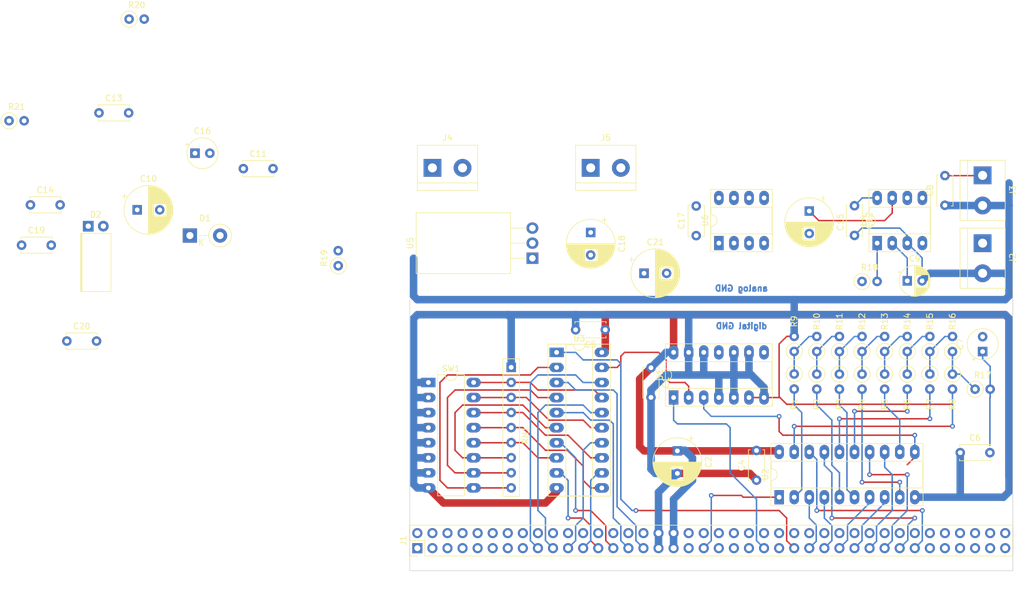
<source format=kicad_pcb>
(kicad_pcb (version 20211014) (generator pcbnew)
  (title_block (title "PCOX - COVOX module") (date "2025-12-27") (rev "1.0") (company "Pozsar Zsolt") (comment 1 "Zacchaeus Microcomputer"))
  (layers (0 "F.Cu" signal) (31 "B.Cu" signal) (34 "B.Paste" user) (35 "F.Paste" user) (36 "B.SilkS" user "B.Silkscreen") (37 "F.SilkS" user "F.Silkscreen") (38 "B.Mask" user) (39 "F.Mask" user) (44 "Edge.Cuts" user))
  (net 0 "")
  (net 1 "/A7")
  (net 2 "/A6")
  (net 3 "/A5")
  (net 4 "/A4")
  (net 5 "/A3")
  (net 6 "/A2")
  (net 7 "/A1")
  (net 8 "/A0")
  (net 9 "GNDA")
  (net 10 "+5VD")
  (net 11 "/RESET")
  (net 12 "/-WR")
  (net 13 "/-IORQ")
  (net 14 "/D0")
  (net 15 "/D1")
  (net 16 "/D2")
  (net 17 "/D3")
  (net 18 "/D4")
  (net 19 "/D5")
  (net 20 "/D6")
  (net 21 "/D7")
  (net 22 "Net-(RN1-Pad3)")
  (net 23 "Net-(RN1-Pad4)")
  (net 24 "Net-(RN1-Pad5)")
  (net 25 "Net-(RN1-Pad6)")
  (net 26 "Net-(RN1-Pad7)")
  (net 27 "Net-(RN1-Pad8)")
  (net 28 "Net-(RN1-Pad9)")
  (net 32 "+9VA")
  (net 33 "Net-(C7-Pad2)")
  (net 36 "Net-(C6-Pad2)")
  (net 37 "Net-(C13-Pad1)")
  (net 38 "Net-(R10-Pad1)")
  (net 39 "Net-(C19-Pad1)")
  (net 40 "Net-(C20-Pad1)")
  (net 41 "Net-(D2-Pad1)")
  (net 42 "Net-(C8-Pad2)")
  (net 43 "Net-(R11-Pad1)")
  (net 44 "Net-(R12-Pad1)")
  (net 45 "Net-(R13-Pad1)")
  (net 46 "Net-(C15-Pad1)")
  (net 47 "Net-(C15-Pad2)")
  (net 48 "Net-(C19-Pad2)")
  (net 49 "Net-(C21-Pad1)")
  (net 50 "Net-(C21-Pad2)")
  (net 108 "Net-(R1-Pad1)")
  (net 109 "Net-(R1-Pad2)")
  (net 110 "Net-(R6-Pad1)")
  (net 111 "Net-(R15-Pad1)")
  (net 112 "Net-(R16-Pad1)")
  (net 113 "Net-(R20-Pad2)")
  (net 114 "Net-(U1-Pad2)")
  (net 115 "Net-(U1-Pad3)")
  (net 117 "Net-(R2-Pad2)")
  (net 118 "Net-(R3-Pad2)")
  (net 119 "Net-(R4-Pad2)")
  (net 120 "Net-(R5-Pad2)")
  (net 121 "Net-(R6-Pad2)")
  (net 122 "Net-(R7-Pad2)")
  (net 123 "Net-(R8-Pad2)")
  (net 124 "Net-(SW1-Pad16)")
  (net 125 "/+12VA")
  (footprint "Capacitor_THT:C_Disc_D5.0mm_W2.5mm_P5.00mm" (layer "F.Cu") (at 137.16 92.76 -90)
    (fp_text reference "C1")
    (fp_text value "100n")
  )
  (footprint "Resistor_THT:R_Array_SIP9" (layer "F.Cu") (at 113.605 92.695 -90)
    (fp_text reference "RN1")
    (fp_text value "8x1k")
  )
  (footprint "Resistor_THT:R_Axial_DIN0207_L6.3mm_D2.5mm_P2.54mm_Vertical" (layer "F.Cu") (at 172.72 90.03 90)
    (fp_text reference "R12")
    (fp_text value "10k")
  )
  (footprint "TerminalBlock:TerminalBlock_bornier-2_P5.08mm" (layer "F.Cu") (at 127 59.055)
    (fp_text reference "J5")
    (fp_text value "Screw_Terminal_01x02")
  )
  (footprint "Capacitor_THT:C_Disc_D5.0mm_W2.5mm_P5.00mm" (layer "F.Cu") (at 154.94 111.72 90)
    (fp_text reference "C4")
    (fp_text value "100n")
  )
  (footprint "Capacitor_THT:C_Disc_D5.0mm_W2.5mm_P5.00mm" (layer "F.Cu") (at 144.78 70.485 90)
    (fp_text reference "C17")
    (fp_text value "100n")
  )
  (footprint "Package_DIP:DIP-20_W7.62mm_Socket_LongPads" (layer "F.Cu") (at 121.255 90.175)
    (fp_text reference "U3")
    (fp_text value "74HCT688")
  )
  (footprint "Capacitor_THT:C_Disc_D5.0mm_W2.5mm_P5.00mm" (layer "F.Cu") (at 171.45 65.445 -90)
    (fp_text reference "C12")
    (fp_text value "100n")
  )
  (footprint "Capacitor_THT:C_Disc_D5.0mm_W2.5mm_P5.00mm" (layer "F.Cu") (at 189.27 107.081)
    (fp_text reference "C6")
    (fp_text value "10n")
  )
  (footprint "TerminalBlock:TerminalBlock_bornier-2_P5.08mm" (layer "F.Cu") (at 100.33 59.055)
    (fp_text reference "J4")
    (fp_text value "Screw_Terminal_01x02")
  )
  (footprint "Package_DIP:DIP-8_W7.62mm_Socket_LongPads" (layer "F.Cu") (at 175.27 71.745 90)
    (fp_text reference "U4")
    (fp_text value "MC3340P")
  )
  (footprint "Package_DIP:DIP-20_W7.62mm_Socket_LongPads" (layer "F.Cu") (at 158.755 114.591 90)
    (fp_text reference "U2")
    (fp_text value "74LS273")
  )
  (footprint "Capacitor_THT:CP_Radial_D8.0mm_P3.80mm" (layer "F.Cu") (at 163.83 66.332584 -90)
    (fp_text reference "C15")
    (fp_text value "220u")
  )
  (footprint "Resistor_THT:R_Axial_DIN0207_L6.3mm_D2.5mm_P2.54mm_Vertical" (layer "F.Cu") (at 161.29 90.01 90)
    (fp_text reference "R9")
    (fp_text value "10k")
  )
  (footprint "Capacitor_THT:CP_Radial_D8.0mm_P3.80mm" (layer "F.Cu") (at 50.585302 66.135)
    (fp_text reference "C10")
    (fp_text value "220u")
  )
  (footprint "Resistor_THT:R_Axial_DIN0207_L6.3mm_D2.5mm_P2.54mm_Vertical" (layer "F.Cu") (at 184.15 93.82 -90)
    (fp_text reference "R7")
    (fp_text value "20k")
  )
  (footprint "Capacitor_THT:C_Disc_D5.0mm_W2.5mm_P5.00mm" (layer "F.Cu") (at 44.15 49.785)
    (fp_text reference "C13")
    (fp_text value "50n")
  )
  (footprint "Resistor_THT:R_Axial_DIN0207_L6.3mm_D2.5mm_P2.54mm_Vertical" (layer "F.Cu") (at 180.34 93.84 -90)
    (fp_text reference "R6")
    (fp_text value "20k")
  )
  (footprint "Package_TO_SOT_THT:TO-220-3_Horizontal_TabDown" (layer "F.Cu") (at 117.18 74.295 90)
    (fp_text reference "U5")
    (fp_text value "7809")
  )
  (footprint "Resistor_THT:R_Axial_DIN0207_L6.3mm_D2.5mm_P2.54mm_Vertical" (layer "F.Cu") (at 168.91 93.84 -90)
    (fp_text reference "R3")
    (fp_text value "20k")
  )
  (footprint "Resistor_THT:R_Axial_DIN0207_L6.3mm_D2.5mm_P2.54mm_Vertical" (layer "F.Cu") (at 187.96 93.84 -90)
    (fp_text reference "R8")
    (fp_text value "20k")
  )
  (footprint "Resistor_THT:R_Axial_DIN0207_L6.3mm_D2.5mm_P2.54mm_Vertical" (layer "F.Cu") (at 172.72 78.205)
    (fp_text reference "R18")
    (fp_text value "47k-100k")
  )
  (footprint "TerminalBlock:TerminalBlock_bornier-2_P5.08mm" (layer "F.Cu") (at 193.04 71.755 -90)
    (fp_text reference "J2")
    (fp_text value "Screw_Terminal_01x02")
  )
  (footprint "pinhead:PinHeader_2x40_P2.54mm_Vertical_Top_Bottom" (layer "F.Cu") (at 97.79 123.19 90)
    (fp_text reference "J1")
    (fp_text value "Conn_02x40_Top_Bottom")
  )
  (footprint "Capacitor_THT:C_Disc_D5.0mm_W2.5mm_P5.00mm" (layer "F.Cu") (at 31.105302 72.095)
    (fp_text reference "C19")
    (fp_text value "**")
  )
  (footprint "Resistor_THT:R_Axial_DIN0207_L6.3mm_D2.5mm_P2.54mm_Vertical" (layer "F.Cu") (at 180.34 90.03 90)
    (fp_text reference "R14")
    (fp_text value "10k")
  )
  (footprint "Resistor_THT:R_Axial_DIN0207_L6.3mm_D2.5mm_P2.54mm_Vertical" (layer "F.Cu") (at 168.91 90.03 90)
    (fp_text reference "R11")
    (fp_text value "10k")
  )
  (footprint "Capacitor_THT:CP_Radial_Tantal_D5.0mm_P2.50mm" (layer "F.Cu") (at 60.325302 56.585)
    (fp_text reference "C16")
    (fp_text value "1u Ta")
  )
  (footprint "Resistor_THT:R_Axial_DIN0207_L6.3mm_D2.5mm_P2.54mm_Vertical" (layer "F.Cu") (at 187.96 90.03 90)
    (fp_text reference "R16")
    (fp_text value "10k")
  )
  (footprint "Resistor_THT:R_Axial_DIN0207_L6.3mm_D2.5mm_P2.54mm_Vertical" (layer "F.Cu") (at 161.29 93.82 -90)
    (fp_text reference "R1")
    (fp_text value "20k")
  )
  (footprint "Resistor_THT:R_Axial_DIN0207_L6.3mm_D2.5mm_P2.54mm_Vertical" (layer "F.Cu") (at 28.995 51.115)
    (fp_text reference "R21")
    (fp_text value "10")
  )
  (footprint "LED_THT:LED_Rectangular_W5.0mm_H2.0mm_Horizontal_O1.27mm_Z1.0mm" (layer "F.Cu") (at 42.34 68.885)
    (fp_text reference "D2")
    (fp_text value "LED")
  )
  (footprint "Capacitor_THT:C_Disc_D5.0mm_W2.5mm_P5.00mm" (layer "F.Cu") (at 32.6 65.295)
    (fp_text reference "C14")
    (fp_text value "1n")
  )
  (footprint "Resistor_THT:R_Axial_DIN0207_L6.3mm_D2.5mm_P2.54mm_Vertical" (layer "F.Cu") (at 176.53 90.03 90)
    (fp_text reference "R13")
    (fp_text value "10k")
  )
  (footprint "Resistor_THT:R_Axial_DIN0207_L6.3mm_D2.5mm_P2.54mm_Vertical" (layer "F.Cu") (at 49.225 33.965)
    (fp_text reference "R20")
    (fp_text value "*")
  )
  (footprint "Diode_THT:D_DO-15_P5.08mm_Vertical_KathodeUp" (layer "F.Cu") (at 59.470937 70.470635)
    (fp_text reference "D1")
    (fp_text value "1N5395")
  )
  (footprint "Resistor_THT:R_Axial_DIN0207_L6.3mm_D2.5mm_P2.54mm_Vertical" (layer "F.Cu") (at 184.15 90.03 90)
    (fp_text reference "R15")
    (fp_text value "10k")
  )
  (footprint "TerminalBlock:TerminalBlock_bornier-2_P5.08mm" (layer "F.Cu") (at 193.04 60.325 -90)
    (fp_text reference "J3")
    (fp_text value "Screw_Terminal_01x02")
  )
  (footprint "Resistor_THT:R_Axial_DIN0207_L6.3mm_D2.5mm_P2.54mm_Vertical" (layer "F.Cu") (at 191.77 96.38)
    (fp_text reference "R17")
    (fp_text value "10k")
  )
  (footprint "Capacitor_THT:C_Disc_D5.0mm_W2.5mm_P5.00mm" (layer "F.Cu") (at 129.46 86.36 180)
    (fp_text reference "C5")
    (fp_text value "100n")
  )
  (footprint "Resistor_THT:R_Axial_DIN0207_L6.3mm_D2.5mm_P2.54mm_Vertical" (layer "F.Cu") (at 165.1 90.03 90)
    (fp_text reference "R10")
    (fp_text value "10k")
  )
  (footprint "Capacitor_THT:CP_Radial_D8.0mm_P3.80mm" (layer "F.Cu") (at 141.605 106.782349 -90)
    (fp_text reference "C2")
    (fp_text value "47u")
  )
  (footprint "Capacitor_THT:CP_Radial_D5.0mm_P2.50mm" (layer "F.Cu") (at 180.34 78.105)
    (fp_text reference "C9")
    (fp_text value "10u")
  )
  (footprint "Capacitor_THT:CP_Radial_D8.0mm_P3.80mm" (layer "F.Cu") (at 127 69.952349 -90)
    (fp_text reference "C18")
    (fp_text value "100u")
  )
  (footprint "Package_DIP:DIP-16_W7.62mm_LongPads" (layer "F.Cu") (at 99.655 95.25)
    (fp_text reference "SW1")
    (fp_text value "SW_DIP_x08")
  )
  (footprint "Capacitor_THT:C_Disc_D5.0mm_W2.5mm_P5.00mm" (layer "F.Cu") (at 186.69 65.365 90)
    (fp_text reference "C8")
    (fp_text value "100n")
  )
  (footprint "Package_DIP:DIP-14_W7.62mm_Socket_LongPads" (layer "F.Cu") (at 140.97 97.79 90)
    (fp_text reference "U1")
    (fp_text value "74LS32")
  )
  (footprint "Resistor_THT:R_Axial_DIN0207_L6.3mm_D2.5mm_P2.54mm_Vertical" (layer "F.Cu") (at 176.53 93.84 -90)
    (fp_text reference "R5")
    (fp_text value "20k")
  )
  (footprint "Resistor_THT:R_Axial_DIN0207_L6.3mm_D2.5mm_P2.54mm_Vertical" (layer "F.Cu") (at 165.1 93.84 -90)
    (fp_text reference "R2")
    (fp_text value "20k")
  )
  (footprint "Resistor_THT:R_Axial_DIN0207_L6.3mm_D2.5mm_P2.54mm_Vertical" (layer "F.Cu") (at 84.455 75.565 90)
    (fp_text reference "R19")
    (fp_text value "470")
  )
  (footprint "Package_DIP:DIP-8_W7.62mm_Socket_LongPads" (layer "F.Cu") (at 148.6 71.745 90)
    (fp_text reference "U6")
    (fp_text value "LM386")
  )
  (footprint "Capacitor_THT:C_Disc_D5.0mm_W2.5mm_P5.00mm" (layer "F.Cu") (at 38.735 88.265)
    (fp_text reference "C20")
    (fp_text value "50n")
  )
  (footprint "Capacitor_THT:C_Disc_D5.0mm_W2.5mm_P5.00mm" (layer "F.Cu") (at 68.475302 59.185)
    (fp_text reference "C11")
    (fp_text value "1n")
  )
  (footprint "Resistor_THT:R_Axial_DIN0207_L6.3mm_D2.5mm_P2.54mm_Vertical" (layer "F.Cu") (at 172.72 93.84 -90)
    (fp_text reference "R4")
    (fp_text value "20k")
  )
  (footprint "Capacitor_THT:CP_Radial_D8.0mm_P3.80mm" (layer "F.Cu") (at 135.992349 76.835)
    (fp_text reference "C21")
    (fp_text value "220u")
  )
  (footprint "Capacitor_THT:CP_Radial_Tantal_D5.0mm_P2.50mm" (layer "F.Cu") (at 193.04 90.03 90)
    (fp_text reference "C7")
    (fp_text value "1u Ta")
  )
  (gr_line (start 198.12 127) (end 198.12 73.66) (layer "Edge.Cuts") (width 0.1))
  (gr_line (start 96.52 127) (end 96.52 81.28) (layer "Edge.Cuts") (width 0.1))
  (gr_line (start 96.52 127) (end 198.12 127) (layer "Edge.Cuts") (width 0.1))
  (gr_line (start 198.12 73.66) (end 198.12 127) (layer "Edge.Cuts") (width 0.1))
  (gr_text "digital GND" (at 152.4 85.725) (layer "B.Cu") (effects (font (size 1 1) (thickness 0.25)) (justify mirror)))
  (gr_text "analog GND" (at 152.4 79.375) (layer "B.Cu") (effects (font (size 1 1) (thickness 0.25)) (justify mirror)))
  (segment (start 127.005 95.255) (end 128.875 95.255) (width 0.25) (layer "B.Cu") (net 1))
  (segment (start 118.11 123.19) (end 116.84 121.92) (width 0.25) (layer "B.Cu") (net 1))
  (segment (start 124.46 93.98) (end 118.11 93.98) (width 0.25) (layer "B.Cu") (net 1))
  (segment (start 116.84 95.25) (end 118.11 93.98) (width 0.25) (layer "B.Cu") (net 1))
  (segment (start 127 95.25) (end 127.005 95.255) (width 0.25) (layer "B.Cu") (net 1))
  (segment (start 125.73 95.25) (end 127 95.25) (width 0.25) (layer "B.Cu") (net 1))
  (segment (start 124.46 93.98) (end 125.73 95.25) (width 0.25) (layer "B.Cu") (net 1))
  (segment (start 116.84 121.92) (end 116.84 95.25) (width 0.25) (layer "B.Cu") (net 1))
  (segment (start 119.38 121.92) (end 120.65 123.19) (width 0.25) (layer "B.Cu") (net 2))
  (segment (start 118.11 100.33) (end 118.11 116.84) (width 0.25) (layer "B.Cu") (net 2))
  (segment (start 125.73 99.06) (end 119.38 99.06) (width 0.25) (layer "B.Cu") (net 2))
  (segment (start 119.38 118.11) (end 119.38 121.92) (width 0.25) (layer "B.Cu") (net 2))
  (segment (start 119.38 99.06) (end 118.11 100.33) (width 0.25) (layer "B.Cu") (net 2))
  (segment (start 118.11 116.84) (end 119.38 118.11) (width 0.25) (layer "B.Cu") (net 2))
  (segment (start 127.005 100.335) (end 125.73 99.06) (width 0.25) (layer "B.Cu") (net 2))
  (segment (start 128.875 100.335) (end 127.005 100.335) (width 0.25) (layer "B.Cu") (net 2))
  (segment (start 125.73 106.68) (end 126.995 105.415) (width 0.25) (layer "B.Cu") (net 3))
  (segment (start 125.73 118.11) (end 125.73 106.68) (width 0.25) (layer "B.Cu") (net 3))
  (segment (start 124.46 119.38) (end 125.73 118.11) (width 0.25) (layer "B.Cu") (net 3))
  (segment (start 124.46 121.92) (end 124.46 119.38) (width 0.25) (layer "B.Cu") (net 3))
  (segment (start 126.995 105.415) (end 128.875 105.415) (width 0.25) (layer "B.Cu") (net 3))
  (segment (start 123.19 123.19) (end 124.46 121.92) (width 0.25) (layer "B.Cu") (net 3))
  (segment (start 125.73 123.19) (end 127 121.92) (width 0.25) (layer "B.Cu") (net 4))
  (segment (start 127 111.76) (end 128.265 110.495) (width 0.25) (layer "B.Cu") (net 4))
  (segment (start 127 121.92) (end 127 111.76) (width 0.25) (layer "B.Cu") (net 4))
  (segment (start 128.265 110.495) (end 128.875 110.495) (width 0.25) (layer "B.Cu") (net 4))
  (segment (start 127 121.92) (end 128.27 123.19) (width 0.25) (layer "F.Cu") (net 5))
  (segment (start 127 119.38) (end 127 121.92) (width 0.25) (layer "F.Cu") (net 5))
  (segment (start 123.19 118.11) (end 125.73 118.11) (width 0.25) (layer "F.Cu") (net 5))
  (segment (start 125.73 118.11) (end 127 119.38) (width 0.25) (layer "F.Cu") (net 5))
  (via (at 123.19 118.11) (size 0.8) (drill 0.4) (layers "F.Cu" "B.Cu") (net 5))
  (segment (start 123.19 111.76) (end 123.19 118.11) (width 0.25) (layer "B.Cu") (net 5))
  (segment (start 121.925 110.495) (end 123.19 111.76) (width 0.25) (layer "B.Cu") (net 5))
  (segment (start 121.255 110.495) (end 121.925 110.495) (width 0.25) (layer "B.Cu") (net 5))
  (segment (start 127 116.84) (end 129.54 119.38) (width 0.25) (layer "F.Cu") (net 6))
  (segment (start 129.54 121.92) (end 130.81 123.19) (width 0.25) (layer "F.Cu") (net 6))
  (segment (start 124.46 116.84) (end 127 116.84) (width 0.25) (layer "F.Cu") (net 6))
  (segment (start 129.54 119.38) (end 129.54 121.92) (width 0.25) (layer "F.Cu") (net 6))
  (via (at 124.46 116.84) (size 0.8) (drill 0.4) (layers "F.Cu" "B.Cu") (net 6))
  (segment (start 121.925 105.415) (end 124.46 107.95) (width 0.25) (layer "B.Cu") (net 6))
  (segment (start 121.255 105.415) (end 121.925 105.415) (width 0.25) (layer "B.Cu") (net 6))
  (segment (start 124.46 107.95) (end 124.46 116.84) (width 0.25) (layer "B.Cu") (net 6))
  (segment (start 130.81 102.235) (end 130.175 101.6) (width 0.25) (layer "B.Cu") (net 7))
  (segment (start 130.81 118.11) (end 130.81 102.235) (width 0.25) (layer "B.Cu") (net 7))
  (segment (start 125.73 100.33) (end 125.725 100.335) (width 0.25) (layer "B.Cu") (net 7))
  (segment (start 132.08 119.38) (end 130.81 118.11) (width 0.25) (layer "B.Cu") (net 7))
  (segment (start 130.175 101.6) (end 127 101.6) (width 0.25) (layer "B.Cu") (net 7))
  (segment (start 127 101.6) (end 125.73 100.33) (width 0.25) (layer "B.Cu") (net 7))
  (segment (start 125.725 100.335) (end 121.255 100.335) (width 0.25) (layer "B.Cu") (net 7))
  (segment (start 133.35 123.19) (end 132.08 121.92) (width 0.25) (layer "B.Cu") (net 7))
  (segment (start 132.08 121.92) (end 132.08 119.38) (width 0.25) (layer "B.Cu") (net 7))
  (segment (start 134.62 121.92) (end 134.62 119.38) (width 0.25) (layer "B.Cu") (net 8))
  (segment (start 131.445 116.205) (end 131.445 97.155) (width 0.25) (layer "B.Cu") (net 8))
  (segment (start 134.62 119.38) (end 131.445 116.205) (width 0.25) (layer "B.Cu") (net 8))
  (segment (start 123.195 95.255) (end 121.255 95.255) (width 0.25) (layer "B.Cu") (net 8))
  (segment (start 130.81 96.52) (end 124.46 96.52) (width 0.25) (layer "B.Cu") (net 8))
  (segment (start 135.89 123.19) (end 134.62 121.92) (width 0.25) (layer "B.Cu") (net 8))
  (segment (start 131.445 97.155) (end 130.81 96.52) (width 0.25) (layer "B.Cu") (net 8))
  (segment (start 124.46 96.52) (end 123.195 95.255) (width 0.25) (layer "B.Cu") (net 8))
  (segment (start 153.802349 110.582349) (end 154.94 111.72) (width 1.27) (layer "F.Cu") (net 9))
  (segment (start 160.04 87.47) (end 158.75 88.76) (width 0.25) (layer "F.Cu") (net 9))
  (segment (start 121.255 113.035) (end 121.255 113.695) (width 1.27) (layer "F.Cu") (net 9))
  (segment (start 161.29 87.47) (end 160.04 87.47) (width 0.25) (layer "F.Cu") (net 9))
  (segment (start 119.38 115.57) (end 102.195 115.57) (width 1.27) (layer "F.Cu") (net 9))
  (segment (start 160.02 98.92) (end 187.96 98.92) (width 0.25) (layer "F.Cu") (net 9))
  (segment (start 158.82 97.72) (end 160.02 98.92) (width 0.25) (layer "F.Cu") (net 9))
  (segment (start 153.67 97.79) (end 158.75 97.79) (width 0.25) (layer "F.Cu") (net 9))
  (segment (start 113.605 92.695) (end 114.315 92.695) (width 0.25) (layer "F.Cu") (net 9))
  (segment (start 121.255 113.695) (end 119.38 115.57) (width 1.27) (layer "F.Cu") (net 9))
  (segment (start 158.75 97.65) (end 158.82 97.72) (width 0.25) (layer "F.Cu") (net 9))
  (segment (start 158.75 88.76) (end 158.75 97.65) (width 0.25) (layer "F.Cu") (net 9))
  (segment (start 193 65.365) (end 193.04 65.405) (width 0.25) (layer "F.Cu") (net 9))
  (segment (start 193.04 76.835) (end 191.77 76.835) (width 0.25) (layer "F.Cu") (net 9))
  (segment (start 158.75 97.79) (end 158.82 97.72) (width 0.25) (layer "F.Cu") (net 9))
  (segment (start 141.605 110.582349) (end 153.802349 110.582349) (width 1.27) (layer "F.Cu") (net 9))
  (segment (start 102.195 115.57) (end 99.655 113.03) (width 1.27) (layer "F.Cu") (net 9))
  (segment (start 146.045 93.985) (end 146.05 93.98) (width 1.27) (layer "B.Cu") (net 9))
  (segment (start 97.79 113.03) (end 97.155 112.395) (width 1.27) (layer "B.Cu") (net 9))
  (segment (start 99.655 100.33) (end 97.79 100.33) (width 1.27) (layer "B.Cu") (net 9))
  (segment (start 197.485 65.405) (end 197.485 61.595) (width 1.27) (layer "B.Cu") (net 9))
  (segment (start 143.51 91.44) (end 143.51 83.82) (width 1.27) (layer "B.Cu") (net 9))
  (segment (start 137.16 96.52) (end 139.695 93.985) (width 1.27) (layer "B.Cu") (net 9))
  (segment (start 186.73 65.405) (end 186.69 65.365) (width 1.27) (layer "B.Cu") (net 9))
  (segment (start 148.585 93.985) (end 148.59 93.99) (width 1.27) (layer "B.Cu") (net 9))
  (segment (start 196.85 81.28) (end 197.485 80.645) (width 1.27) (layer "B.Cu") (net 9))
  (segment (start 181.615 114.591) (end 196.559 114.591) (width 1.27) (layer "B.Cu") (net 9))
  (segment (start 172.68 69.215) (end 179.07 69.215) (width 0.25) (layer "B.Cu") (net 9))
  (segment (start 193.04 76.835) (end 184.11 76.835) (width 1.27) (layer "B.Cu") (net 9))
  (segment (start 124.46 83.82) (end 113.03 83.82) (width 1.27) (layer "B.Cu") (net 9))
  (segment (start 137.16 97.76) (end 137.16 109.855) (width 1.27) (layer "B.Cu") (net 9))
  (segment (start 161.29 83.82) (end 143.51 83.82) (width 1.27) (layer "B.Cu") (net 9))
  (segment (start 197.485 113.665) (end 197.485 84.455) (width 1.27) (layer "B.Cu") (net 9))
  (segment (start 143.51 83.82) (end 124.46 83.82) (width 1.27) (layer "B.Cu") (net 9))
  (segment (start 97.155 84.455) (end 97.155 112.395) (width 1.27) (layer "B.Cu") (net 9))
  (segment (start 148.585 93.985) (end 146.045 93.985) (width 1.27) (layer "B.Cu") (net 9))
  (segment (start 161.29 83.82) (end 161.29 81.28) (width 1.27) (layer "B.Cu") (net 9))
  (segment (start 154.075 93.985) (end 153.67 93.58) (width 1.27) (layer "B.Cu") (net 9))
  (segment (start 99.655 102.87) (end 97.79 102.87) (width 1.27) (layer "B.Cu") (net 9))
  (segment (start 156.21 96.12) (end 154.075 93.985) (width 1.27) (layer "B.Cu") (net 9))
  (segment (start 151.125 93.985) (end 151.13 93.98) (width 1.27) (layer "B.Cu") (net 9))
  (segment (start 143.51 93.98) (end 143.51 91.44) (width 1.27) (layer "B.Cu") (net 9))
  (segment (start 184.11 76.835) (end 182.84 78.105) (width 1.27) (layer "B.Cu") (net 9))
  (segment (start 138.43 113.757349) (end 141.605 110.582349) (width 1.27) (layer "B.Cu") (net 9))
  (segment (start 196.85 76.835) (end 193.04 76.835) (width 1.27) (layer "B.Cu") (net 9))
  (segment (start 161.29 81.28) (end 97.79 81.28) (width 1.27) (layer "B.Cu") (net 9))
  (segment (start 171.45 70.445) (end 172.68 69.215) (width 0.25) (layer "B.Cu") (net 9))
  (segment (start 146.05 90.17) (end 146.05 92.72) (width 0.25) (layer "B.Cu") (net 9))
  (segment (start 97.155 80.645) (end 97.155 74.295) (width 1.27) (layer "B.Cu") (net 9))
  (segment (start 197.485 65.405) (end 193.04 65.405) (width 1.27) (layer "B.Cu") (net 9))
  (segment (start 197.485 77.47) (end 196.85 76.835) (width 1.27) (layer "B.Cu") (net 9))
  (segment (start 151.125 93.985) (end 151.13 93.99) (width 1.27) (layer "B.Cu") (net 9))
  (segment (start 151.125 93.985) (end 148.585 93.985) (width 1.27) (layer "B.Cu") (net 9))
  (segment (start 97.155 84.455) (end 97.79 83.82) (width 1.27) (layer "B.Cu") (net 9))
  (segment (start 143.51 90.17) (end 143.51 92.72) (width 0.25) (layer "B.Cu") (net 9))
  (segment (start 189.27 107.081) (end 189.27 114.34) (width 1.27) (layer "B.Cu") (net 9))
  (segment (start 113.605 84.395) (end 113.03 83.82) (width 1.27) (layer "B.Cu") (net 9))
  (segment (start 182.84 74.235) (end 180.35 71.745) (width 0.25) (layer "B.Cu") (net 9))
  (segment (start 146.05 93.98) (end 146.05 90.17) (width 1.27) (layer "B.Cu") (net 9))
  (segment (start 113.03 83.82) (end 97.79 83.82) (width 1.27) (layer "B.Cu") (net 9))
  (segment (start 138.43 120.65) (end 138.43 113.757349) (width 1.27) (layer "B.Cu") (net 9))
  (segment (start 197.485 84.455) (end 196.85 83.82) (width 1.27) (layer "B.Cu") (net 9))
  (segment (start 161.29 81.28) (end 196.85 81.28) (width 1.27) (layer "B.Cu") (net 9))
  (segment (start 99.655 110.49) (end 97.79 110.49) (width 1.27) (layer "B.Cu") (net 9))
  (segment (start 97.79 113.03) (end 99.655 113.03) (width 1.27) (layer "B.Cu") (net 9))
  (segment (start 151.13 93.99) (end 151.13 97.79) (width 1.27) (layer "B.Cu") (net 9))
  (segment (start 179.07 69.215) (end 180.35 70.495) (width 0.25) (layer "B.Cu") (net 9))
  (segment (start 113.605 92.695) (end 113.605 84.395) (width 1.27) (layer "B.Cu") (net 9))
  (segment (start 156.21 97.79) (end 156.21 96.12) (width 1.27) (layer "B.Cu") (net 9))
  (segment (start 197.485 77.47) (end 197.485 65.405) (width 1.27) (layer "B.Cu") (net 9))
  (segment (start 180.35 70.495) (end 180.35 71.745) (width 0.25) (layer "B.Cu") (net 9))
  (segment (start 124.46 86.36) (end 124.46 83.82) (width 1.27) (layer "B.Cu") (net 9))
  (segment (start 99.655 97.79) (end 97.79 97.79) (width 1.27) (layer "B.Cu") (net 9))
  (segment (start 99.655 105.41) (end 97.79 105.41) (width 1.27) (layer "B.Cu") (net 9))
  (segment (start 148.59 93.99) (end 148.59 97.79) (width 1.27) (layer "B.Cu") (net 9))
  (segment (start 193.04 65.405) (end 186.73 65.405) (width 1.27) (layer "B.Cu") (net 9))
  (segment (start 137.16 97.76) (end 137.16 96.52) (width 1.27) (layer "B.Cu") (net 9))
  (segment (start 182.84 78.105) (end 182.84 74.235) (width 0.25) (layer "B.Cu") (net 9))
  (segment (start 151.13 93.98) (end 151.13 90.17) (width 1.27) (layer "B.Cu") (net 9))
  (segment (start 138.43 123.19) (end 138.43 120.65) (width 1.27) (layer "B.Cu") (net 9))
  (segment (start 143.505 93.985) (end 146.045 93.985) (width 1.27) (layer "B.Cu") (net 9))
  (segment (start 99.655 95.25) (end 97.79 95.25) (width 1.27) (layer "B.Cu") (net 9))
  (segment (start 137.887349 110.582349) (end 141.605 110.582349) (width 1.27) (layer "B.Cu") (net 9))
  (segment (start 154.075 93.985) (end 151.125 93.985) (width 1.27) (layer "B.Cu") (net 9))
  (segment (start 99.655 107.95) (end 97.79 107.95) (width 1.27) (layer "B.Cu") (net 9))
  (segment (start 161.29 87.47) (end 161.29 83.82) (width 1.27) (layer "B.Cu") (net 9))
  (segment (start 143.51 91.44) (end 143.51 90.17) (width 1.27) (layer "B.Cu") (net 9))
  (segment (start 137.16 109.855) (end 137.887349 110.582349) (width 1.27) (layer "B.Cu") (net 9))
  (segment (start 143.505 93.985) (end 143.51 93.98) (width 1.27) (layer "B.Cu") (net 9))
  (segment (start 196.85 83.82) (end 161.29 83.82) (width 1.27) (layer "B.Cu") (net 9))
  (segment (start 97.79 81.28) (end 97.155 80.645) (width 1.27) (layer "B.Cu") (net 9))
  (segment (start 196.559 114.591) (end 197.485 113.665) (width 1.27) (layer "B.Cu") (net 9))
  (segment (start 139.695 93.985) (end 143.505 93.985) (width 1.27) (layer "B.Cu") (net 9))
  (segment (start 153.67 93.58) (end 153.67 90.17) (width 1.27) (layer "B.Cu") (net 9))
  (segment (start 197.485 80.645) (end 197.485 77.47) (width 1.27) (layer "B.Cu") (net 9))
  (segment (start 137.16 92.76) (end 135.255 94.665) (width 1.27) (layer "F.Cu") (net 10))
  (segment (start 197.485 84.455) (end 196.85 83.82) (width 1.27) (layer "F.Cu") (net 10))
  (segment (start 140.965 90.175) (end 140.97 90.17) (width 0.25) (layer "F.Cu") (net 10))
  (segment (start 129.46 86.36) (end 129.46 89.59) (width 1.27) (layer "F.Cu") (net 10))
  (segment (start 135.992349 106.782349) (end 141.605 106.782349) (width 1.27) (layer "F.Cu") (net 10))
  (segment (start 135.255 106.045) (end 135.992349 106.782349) (width 1.27) (layer "F.Cu") (net 10))
  (segment (start 140.97 90.17) (end 140.97 83.82) (width 1.27) (layer "F.Cu") (net 10))
  (segment (start 140.97 83.82) (end 129.54 83.82) (width 1.27) (layer "F.Cu") (net 10))
  (segment (start 196.85 83.82) (end 140.97 83.82) (width 1.27) (layer "F.Cu") (net 10))
  (segment (start 197.485 111.125) (end 197.485 84.455) (width 1.27) (layer "F.Cu") (net 10))
  (segment (start 129.46 86.36) (end 129.46 83.9) (width 1.27) (layer "F.Cu") (net 10))
  (segment (start 135.255 94.665) (end 135.255 106.045) (width 1.27) (layer "F.Cu") (net 10))
  (segment (start 129.54 83.82) (end 129.46 83.9) (width 1.27) (layer "F.Cu") (net 10))
  (segment (start 158.566349 106.782349) (end 158.755 106.971) (width 1.27) (layer "F.Cu") (net 10))
  (segment (start 129.46 89.59) (end 128.875 90.175) (width 1.27) (layer "F.Cu") (net 10))
  (segment (start 141.605 106.782349) (end 158.566349 106.782349) (width 1.27) (layer "F.Cu") (net 10))
  (segment (start 140.97 114.935) (end 144.145 111.76) (width 1.27) (layer "B.Cu") (net 10))
  (segment (start 139.7 90.17) (end 140.97 90.17) (width 1.27) (layer "B.Cu") (net 10))
  (segment (start 139.7 90.22) (end 139.7 90.17) (width 1.27) (layer "B.Cu") (net 10))
  (segment (start 141.707349 106.68) (end 141.605 106.782349) (width 1.27) (layer "B.Cu") (net 10))
  (segment (start 144.145 107.95) (end 142.875 106.68) (width 1.27) (layer "B.Cu") (net 10))
  (segment (start 144.145 111.76) (end 144.145 107.95) (width 1.27) (layer "B.Cu") (net 10))
  (segment (start 137.16 92.76) (end 139.7 90.22) (width 1.27) (layer "B.Cu") (net 10))
  (segment (start 140.97 123.19) (end 140.97 120.65) (width 1.27) (layer "B.Cu") (net 10))
  (segment (start 140.97 120.65) (end 140.97 114.935) (width 1.27) (layer "B.Cu") (net 10))
  (segment (start 142.875 106.68) (end 141.707349 106.68) (width 1.27) (layer "B.Cu") (net 10))
  (segment (start 152.691 114.591) (end 158.755 114.591) (width 0.25) (layer "F.Cu") (net 11))
  (segment (start 152.4 114.3) (end 152.691 114.591) (width 0.25) (layer "F.Cu") (net 11))
  (segment (start 147.32 114.3) (end 152.4 114.3) (width 0.25) (layer "F.Cu") (net 11))
  (via (at 147.32 114.3) (size 0.8) (drill 0.4) (layers "F.Cu" "B.Cu") (net 11))
  (segment (start 147.32 115.57) (end 147.32 121.92) (width 0.25) (layer "B.Cu") (net 11))
  (segment (start 147.32 121.92) (end 146.05 123.19) (width 0.25) (layer "B.Cu") (net 11))
  (segment (start 147.32 115.57) (end 147.32 114.3) (width 0.25) (layer "B.Cu") (net 11))
  (segment (start 150.495 102.87) (end 149.86 102.235) (width 0.25) (layer "B.Cu") (net 12))
  (segment (start 150.495 110.49) (end 150.495 102.87) (width 0.25) (layer "B.Cu") (net 12))
  (segment (start 149.86 102.235) (end 141.605 102.235) (width 0.25) (layer "B.Cu") (net 12))
  (segment (start 156.21 123.19) (end 154.94 121.92) (width 0.25) (layer "B.Cu") (net 12))
  (segment (start 140.97 101.6) (end 140.97 97.79) (width 0.25) (layer "B.Cu") (net 12))
  (segment (start 141.605 102.235) (end 140.97 101.6) (width 0.25) (layer "B.Cu") (net 12))
  (segment (start 154.94 121.92) (end 154.94 114.935) (width 0.25) (layer "B.Cu") (net 12))
  (segment (start 154.94 114.935) (end 150.495 110.49) (width 0.25) (layer "B.Cu") (net 12))
  (segment (start 160.02 121.92) (end 161.29 123.19) (width 0.25) (layer "F.Cu") (net 13))
  (segment (start 158.75 116.84) (end 160.02 118.11) (width 0.25) (layer "F.Cu") (net 13))
  (segment (start 160.02 118.11) (end 160.02 121.92) (width 0.25) (layer "F.Cu") (net 13))
  (segment (start 134.62 116.84) (end 158.75 116.84) (width 0.25) (layer "F.Cu") (net 13))
  (via (at 134.62 116.84) (size 0.8) (drill 0.4) (layers "F.Cu" "B.Cu") (net 13))
  (segment (start 125.73 91.44) (end 124.46 90.17) (width 0.25) (layer "B.Cu") (net 13))
  (segment (start 133.985 116.84) (end 132.08 114.935) (width 0.25) (layer "B.Cu") (net 13))
  (segment (start 131.445 91.44) (end 125.73 91.44) (width 0.25) (layer "B.Cu") (net 13))
  (segment (start 124.455 90.175) (end 121.255 90.175) (width 0.25) (layer "B.Cu") (net 13))
  (segment (start 134.62 116.84) (end 133.985 116.84) (width 0.25) (layer "B.Cu") (net 13))
  (segment (start 132.08 114.935) (end 132.08 92.075) (width 0.25) (layer "B.Cu") (net 13))
  (segment (start 124.46 90.17) (end 124.455 90.175) (width 0.25) (layer "B.Cu") (net 13))
  (segment (start 132.08 92.075) (end 131.445 91.44) (width 0.25) (layer "B.Cu") (net 13))
  (segment (start 163.83 115.57) (end 163.835 115.575) (width 0.25) (layer "B.Cu") (net 14))
  (segment (start 165.005 119.285) (end 163.83 118.11) (width 0.25) (layer "B.Cu") (net 14))
  (segment (start 163.83 123.19) (end 165.005 122.015) (width 0.25) (layer "B.Cu") (net 14))
  (segment (start 163.835 118.105) (end 163.835 115.575) (width 0.25) (layer "B.Cu") (net 14))
  (segment (start 163.835 115.575) (end 163.835 115.56) (width 0.25) (layer "B.Cu") (net 14))
  (segment (start 165.005 122.015) (end 165.005 119.285) (width 0.25) (layer "B.Cu") (net 14))
  (segment (start 163.83 118.11) (end 163.835 118.105) (width 0.25) (layer "B.Cu") (net 14))
  (segment (start 167.64 119.38) (end 166.37 118.11) (width 0.25) (layer "B.Cu") (net 15))
  (segment (start 166.375 118.105) (end 166.375 115.56) (width 0.25) (layer "B.Cu") (net 15))
  (segment (start 166.37 116.84) (end 166.375 116.835) (width 0.25) (layer "B.Cu") (net 15))
  (segment (start 167.64 121.92) (end 167.64 119.38) (width 0.25) (layer "B.Cu") (net 15))
  (segment (start 166.37 123.19) (end 167.64 121.92) (width 0.25) (layer "B.Cu") (net 15))
  (segment (start 166.37 118.11) (end 166.375 118.105) (width 0.25) (layer "B.Cu") (net 15))
  (segment (start 170.275 119.28) (end 173.995 115.56) (width 0.25) (layer "B.Cu") (net 16))
  (segment (start 170.275 121.825) (end 170.275 119.28) (width 0.25) (layer "B.Cu") (net 16))
  (segment (start 173.995 114.305) (end 173.99 114.3) (width 0.25) (layer "B.Cu") (net 16))
  (segment (start 173.995 114.591) (end 173.995 114.305) (width 0.25) (layer "B.Cu") (net 16))
  (segment (start 168.91 123.19) (end 170.275 121.825) (width 0.25) (layer "B.Cu") (net 16))
  (segment (start 172.72 119.38) (end 176.535 115.565) (width 0.25) (layer "B.Cu") (net 17))
  (segment (start 172.72 121.92) (end 172.72 119.38) (width 0.25) (layer "B.Cu") (net 17))
  (segment (start 171.45 123.19) (end 172.72 121.92) (width 0.25) (layer "B.Cu") (net 17))
  (segment (start 177.8 116.84) (end 177.8 111.76) (width 0.25) (layer "B.Cu") (net 18))
  (segment (start 176.53 109.521) (end 176.535 109.516) (width 0.25) (layer "B.Cu") (net 18))
  (segment (start 176.535 109.516) (end 176.535 106.971) (width 0.25) (layer "B.Cu") (net 18))
  (segment (start 177.8 110.791) (end 176.53 109.521) (width 0.25) (layer "B.Cu") (net 18))
  (segment (start 175.165 119.475) (end 177.8 116.84) (width 0.25) (layer "B.Cu") (net 18))
  (segment (start 175.165 122.015) (end 175.165 119.475) (width 0.25) (layer "B.Cu") (net 18))
  (segment (start 177.8 113.011) (end 177.8 110.791) (width 0.25) (layer "B.Cu") (net 18))
  (segment (start 177.8 115.871) (end 177.8 113.011) (width 0.25) (layer "B.Cu") (net 18))
  (segment (start 173.99 123.19) (end 175.165 122.015) (width 0.25) (layer "B.Cu") (net 18))
  (segment (start 180.34 110.791) (end 173.99 110.791) (width 0.25) (layer "F.Cu") (net 19))
  (via (at 173.99 110.791) (size 0.8) (drill 0.4) (layers "F.Cu" "B.Cu") (net 19))
  (via (at 180.34 110.791) (size 0.8) (drill 0.4) (layers "F.Cu" "B.Cu") (net 19))
  (segment (start 173.995 110.786) (end 173.99 110.791) (width 0.25) (layer "B.Cu") (net 19))
  (segment (start 173.995 106.971) (end 173.995 110.786) (width 0.25) (layer "B.Cu") (net 19))
  (segment (start 176.53 123.19) (end 177.8 121.92) (width 0.25) (layer "B.Cu") (net 19))
  (segment (start 177.8 119.38) (end 180.34 116.84) (width 0.25) (layer "B.Cu") (net 19))
  (segment (start 180.34 115.871) (end 180.34 115.551) (width 0.25) (layer "B.Cu") (net 19))
  (segment (start 180.34 115.551) (end 180.34 110.791) (width 0.25) (layer "B.Cu") (net 19))
  (segment (start 177.8 121.92) (end 177.8 119.38) (width 0.25) (layer "B.Cu") (net 19))
  (segment (start 180.34 114.3) (end 180.34 116.84) (width 0.25) (layer "B.Cu") (net 19))
  (segment (start 181.61 118.11) (end 167.64 118.11) (width 0.25) (layer "F.Cu") (net 20))
  (via (at 181.61 118.11) (size 0.8) (drill 0.4) (layers "F.Cu" "B.Cu") (net 20))
  (via (at 167.64 118.11) (size 0.8) (drill 0.4) (layers "F.Cu" "B.Cu") (net 20))
  (segment (start 166.37 109.201) (end 166.375 109.196) (width 0.25) (layer "B.Cu") (net 20))
  (segment (start 179.07 123.19) (end 180.435 121.825) (width 0.25) (layer "B.Cu") (net 20))
  (segment (start 167.64 110.471) (end 166.37 109.201) (width 0.25) (layer "B.Cu") (net 20))
  (segment (start 180.435 121.825) (end 180.435 119.285) (width 0.25) (layer "B.Cu") (net 20))
  (segment (start 180.435 119.285) (end 181.61 118.11) (width 0.25) (layer "B.Cu") (net 20))
  (segment (start 166.375 109.196) (end 166.375 106.971) (width 0.25) (layer "B.Cu") (net 20))
  (segment (start 167.64 110.471) (end 167.64 118.11) (width 0.25) (layer "B.Cu") (net 20))
  (segment (start 182.88 116.84) (end 165.1 116.84) (width 0.25) (layer "F.Cu") (net 21))
  (via (at 165.1 116.84) (size 0.8) (drill 0.4) (layers "F.Cu" "B.Cu") (net 21))
  (via (at 182.88 116.84) (size 0.8) (drill 0.4) (layers "F.Cu" "B.Cu") (net 21))
  (segment (start 181.61 123.19) (end 182.88 121.92) (width 0.25) (layer "B.Cu") (net 21))
  (segment (start 165.1 108.236) (end 163.835 106.971) (width 0.25) (layer "B.Cu") (net 21))
  (segment (start 182.88 121.92) (end 182.88 116.84) (width 0.25) (layer "B.Cu") (net 21))
  (segment (start 165.1 116.84) (end 165.1 108.236) (width 0.25) (layer "B.Cu") (net 21))
  (segment (start 116.15 97.775) (end 117.435 99.06) (width 0.25) (layer "F.Cu") (net 22))
  (segment (start 117.435 99.06) (end 119.975 101.6) (width 0.25) (layer "F.Cu") (net 22))
  (segment (start 113.605 97.775) (end 116.15 97.775) (width 0.25) (layer "F.Cu") (net 22))
  (segment (start 113.59 97.79) (end 113.605 97.775) (width 0.25) (layer "F.Cu") (net 22))
  (segment (start 107.275 97.79) (end 113.59 97.79) (width 0.25) (layer "F.Cu") (net 22))
  (segment (start 120.65 101.6) (end 125.73 101.6) (width 0.25) (layer "F.Cu") (net 22))
  (segment (start 119.975 101.6) (end 120.65 101.6) (width 0.25) (layer "F.Cu") (net 22))
  (segment (start 125.73 101.6) (end 127 102.87) (width 0.25) (layer "F.Cu") (net 22))
  (segment (start 128.875 102.875) (end 127.6 102.875) (width 0.25) (layer "F.Cu") (net 22))
  (segment (start 115.555 100.315) (end 119.38 104.14) (width 0.25) (layer "F.Cu") (net 23))
  (segment (start 113.605 100.315) (end 115.555 100.315) (width 0.25) (layer "F.Cu") (net 23))
  (segment (start 123.19 104.14) (end 127.005 107.955) (width 0.25) (layer "F.Cu") (net 23))
  (segment (start 119.38 104.14) (end 123.19 104.14) (width 0.25) (layer "F.Cu") (net 23))
  (segment (start 127.005 107.955) (end 128.875 107.955) (width 0.25) (layer "F.Cu") (net 23))
  (segment (start 107.275 100.33) (end 113.59 100.33) (width 0.25) (layer "F.Cu") (net 23))
  (segment (start 113.59 100.33) (end 113.605 100.315) (width 0.25) (layer "F.Cu") (net 23))
  (segment (start 125.73 111.76) (end 127.005 113.035) (width 0.25) (layer "F.Cu") (net 24))
  (segment (start 115.555 102.855) (end 119.38 106.68) (width 0.25) (layer "F.Cu") (net 24))
  (segment (start 123.19 106.80099) (end 125.73 109.34099) (width 0.25) (layer "F.Cu") (net 24))
  (segment (start 113.605 102.855) (end 115.555 102.855) (width 0.25) (layer "F.Cu") (net 24))
  (segment (start 107.275 102.87) (end 113.59 102.87) (width 0.25) (layer "F.Cu") (net 24))
  (segment (start 127.005 113.035) (end 128.875 113.035) (width 0.25) (layer "F.Cu") (net 24))
  (segment (start 125.73 109.34099) (end 125.73 111.76) (width 0.25) (layer "F.Cu") (net 24))
  (segment (start 123.19 106.68) (end 123.19 106.80099) (width 0.25) (layer "F.Cu") (net 24))
  (segment (start 113.59 102.87) (end 113.605 102.855) (width 0.25) (layer "F.Cu") (net 24))
  (segment (start 119.38 106.68) (end 123.19 106.68) (width 0.25) (layer "F.Cu") (net 24))
  (segment (start 118.115 107.955) (end 121.255 107.955) (width 0.25) (layer "F.Cu") (net 25))
  (segment (start 115.555 105.395) (end 118.115 107.955) (width 0.25) (layer "F.Cu") (net 25))
  (segment (start 113.605 105.395) (end 115.555 105.395) (width 0.25) (layer "F.Cu") (net 25))
  (segment (start 113.59 105.41) (end 113.605 105.395) (width 0.25) (layer "F.Cu") (net 25))
  (segment (start 107.275 105.41) (end 113.59 105.41) (width 0.25) (layer "F.Cu") (net 25))
  (segment (start 104.14 106.68) (end 105.41 107.95) (width 0.25) (layer "F.Cu") (net 26))
  (segment (start 119.385 102.875) (end 115.57 99.06) (width 0.25) (layer "F.Cu") (net 26))
  (segment (start 107.275 107.95) (end 113.59 107.95) (width 0.25) (layer "F.Cu") (net 26))
  (segment (start 104.14 100.33) (end 104.14 106.68) (width 0.25) (layer "F.Cu") (net 26))
  (segment (start 121.255 102.875) (end 119.385 102.875) (width 0.25) (layer "F.Cu") (net 26))
  (segment (start 113.59 107.95) (end 113.605 107.935) (width 0.25) (layer "F.Cu") (net 26))
  (segment (start 115.57 99.06) (end 105.41 99.06) (width 0.25) (layer "F.Cu") (net 26))
  (segment (start 105.41 107.95) (end 107.275 107.95) (width 0.25) (layer "F.Cu") (net 26))
  (segment (start 105.41 99.06) (end 104.14 100.33) (width 0.25) (layer "F.Cu") (net 26))
  (segment (start 107.275 110.49) (end 113.59 110.49) (width 0.25) (layer "F.Cu") (net 27))
  (segment (start 116.84 96.52) (end 118.115 97.795) (width 0.25) (layer "F.Cu") (net 27))
  (segment (start 107.275 110.49) (end 104.14 110.49) (width 0.25) (layer "F.Cu") (net 27))
  (segment (start 118.115 97.795) (end 121.255 97.795) (width 0.25) (layer "F.Cu") (net 27))
  (segment (start 104.14 96.52) (end 116.84 96.52) (width 0.25) (layer "F.Cu") (net 27))
  (segment (start 104.14 110.49) (end 102.87 109.22) (width 0.25) (layer "F.Cu") (net 27))
  (segment (start 113.59 110.49) (end 113.605 110.475) (width 0.25) (layer "F.Cu") (net 27))
  (segment (start 102.87 97.79) (end 104.14 96.52) (width 0.25) (layer "F.Cu") (net 27))
  (segment (start 102.87 109.22) (end 102.87 97.79) (width 0.25) (layer "F.Cu") (net 27))
  (segment (start 101.6 111.76) (end 101.6 95.25) (width 0.25) (layer "F.Cu") (net 28))
  (segment (start 118.11 92.71) (end 118.115 92.715) (width 0.25) (layer "F.Cu") (net 28))
  (segment (start 118.115 92.715) (end 121.255 92.715) (width 0.25) (layer "F.Cu") (net 28))
  (segment (start 102.87 93.98) (end 116.84 93.98) (width 0.25) (layer "F.Cu") (net 28))
  (segment (start 102.87 113.03) (end 101.6 111.76) (width 0.25) (layer "F.Cu") (net 28))
  (segment (start 116.84 93.98) (end 118.11 92.71) (width 0.25) (layer "F.Cu") (net 28))
  (segment (start 101.6 95.25) (end 102.87 93.98) (width 0.25) (layer "F.Cu") (net 28))
  (segment (start 113.59 113.03) (end 113.605 113.015) (width 0.25) (layer "F.Cu") (net 28))
  (segment (start 107.275 113.03) (end 102.87 113.03) (width 0.25) (layer "F.Cu") (net 28))
  (segment (start 107.275 113.03) (end 113.59 113.03) (width 0.25) (layer "F.Cu") (net 28))
  (segment (start 172.72 64.175) (end 172.72 64.135) (width 0.25) (layer "B.Cu") (net 32))
  (segment (start 171.45 65.445) (end 172.72 64.175) (width 0.25) (layer "B.Cu") (net 32))
  (segment (start 172.72 64.135) (end 172.73 64.125) (width 0.25) (layer "B.Cu") (net 32))
  (segment (start 172.73 64.125) (end 175.27 64.125) (width 0.25) (layer "B.Cu") (net 32))
  (segment (start 175.27 71.745) (end 175.27 78.195) (width 0.25) (layer "B.Cu") (net 33))
  (segment (start 175.27 78.195) (end 175.26 78.205) (width 0.25) (layer "B.Cu") (net 33))
  (segment (start 194.27 97.83) (end 194.31 97.79) (width 0.25) (layer "B.Cu") (net 36))
  (segment (start 194.27 96.42) (end 194.31 96.38) (width 0.25) (layer "B.Cu") (net 36))
  (segment (start 194.31 97.79) (end 194.31 96.38) (width 0.25) (layer "B.Cu") (net 36))
  (segment (start 194.27 105.83) (end 194.27 97.83) (width 0.25) (layer "B.Cu") (net 36))
  (segment (start 194.31 92.53) (end 193.04 91.26) (width 0.25) (layer "B.Cu") (net 36))
  (segment (start 193.04 91.26) (end 193.04 90.03) (width 0.25) (layer "B.Cu") (net 36))
  (segment (start 194.31 96.38) (end 194.31 92.53) (width 0.25) (layer "B.Cu") (net 36))
  (segment (start 168.91 87.49) (end 167.64 87.49) (width 0.25) (layer "B.Cu") (net 38))
  (segment (start 167.64 87.49) (end 165.1 90.03) (width 0.25) (layer "B.Cu") (net 38))
  (segment (start 165.1 93.84) (end 165.1 90.03) (width 0.25) (layer "B.Cu") (net 38))
  (segment (start 186.69 60.365) (end 193 60.365) (width 0.25) (layer "F.Cu") (net 42))
  (segment (start 193 60.365) (end 193.04 60.325) (width 0.25) (layer "F.Cu") (net 42))
  (segment (start 180.34 78.105) (end 180.34 74.275) (width 0.25) (layer "B.Cu") (net 42))
  (segment (start 180.34 74.275) (end 177.81 71.745) (width 0.25) (layer "B.Cu") (net 42))
  (segment (start 168.91 93.84) (end 168.91 90.03) (width 0.25) (layer "B.Cu") (net 43))
  (segment (start 171.45 87.49) (end 168.91 90.03) (width 0.25) (layer "B.Cu") (net 43))
  (segment (start 172.72 87.49) (end 171.45 87.49) (width 0.25) (layer "B.Cu") (net 43))
  (segment (start 175.26 87.49) (end 172.72 90.03) (width 0.25) (layer "B.Cu") (net 44))
  (segment (start 172.72 93.84) (end 172.72 90.03) (width 0.25) (layer "B.Cu") (net 44))
  (segment (start 176.53 87.49) (end 175.26 87.49) (width 0.25) (layer "B.Cu") (net 44))
  (segment (start 180.34 87.49) (end 179.07 87.49) (width 0.25) (layer "B.Cu") (net 45))
  (segment (start 176.53 93.84) (end 176.53 90.03) (width 0.25) (layer "B.Cu") (net 45))
  (segment (start 179.07 87.49) (end 176.53 90.03) (width 0.25) (layer "B.Cu") (net 45))
  (segment (start 163.83 66.332584) (end 165.442416 67.945) (width 0.25) (layer "F.Cu") (net 46))
  (segment (start 177.81 66.665) (end 177.81 64.125) (width 0.25) (layer "F.Cu") (net 46))
  (segment (start 176.53 67.945) (end 177.81 66.665) (width 0.25) (layer "F.Cu") (net 46))
  (segment (start 165.442416 67.945) (end 176.53 67.945) (width 0.25) (layer "F.Cu") (net 46))
  (segment (start 163.81 87.49) (end 161.29 90.01) (width 0.25) (layer "B.Cu") (net 108))
  (segment (start 165.1 87.49) (end 163.81 87.49) (width 0.25) (layer "B.Cu") (net 108))
  (segment (start 161.29 93.82) (end 161.29 90.01) (width 0.25) (layer "B.Cu") (net 108))
  (segment (start 162.56 112.08) (end 162.56 110.49) (width 0.25) (layer "B.Cu") (net 109))
  (segment (start 161.29 99.06) (end 162.56 100.33) (width 0.25) (layer "B.Cu") (net 109))
  (segment (start 162.56 100.33) (end 162.56 112.395) (width 0.25) (layer "B.Cu") (net 109))
  (segment (start 161.295 114.591) (end 162.555 113.331) (width 0.25) (layer "B.Cu") (net 109))
  (segment (start 161.29 96.36) (end 161.29 99.06) (width 0.25) (layer "B.Cu") (net 109))
  (segment (start 162.56 112.395) (end 162.56 110.49) (width 0.25) (layer "B.Cu") (net 109))
  (segment (start 162.555 113.331) (end 162.56 113.331) (width 0.25) (layer "B.Cu") (net 109))
  (segment (start 162.56 113.331) (end 162.56 112.395) (width 0.25) (layer "B.Cu") (net 109))
  (segment (start 182.88 87.49) (end 180.34 90.03) (width 0.25) (layer "B.Cu") (net 110))
  (segment (start 184.15 87.49) (end 182.88 87.49) (width 0.25) (layer "B.Cu") (net 110))
  (segment (start 180.34 90.03) (end 180.34 93.84) (width 0.25) (layer "B.Cu") (net 110))
  (segment (start 186.69 87.49) (end 187.96 87.49) (width 0.25) (layer "B.Cu") (net 111))
  (segment (start 184.15 90.03) (end 184.15 93.82) (width 0.25) (layer "B.Cu") (net 111))
  (segment (start 184.15 90.03) (end 186.69 87.49) (width 0.25) (layer "B.Cu") (net 111))
  (segment (start 187.96 93.84) (end 187.96 90.03) (width 0.25) (layer "B.Cu") (net 112))
  (segment (start 189.23 93.84) (end 191.77 96.38) (width 0.25) (layer "B.Cu") (net 112))
  (segment (start 187.96 93.84) (end 189.23 93.84) (width 0.25) (layer "B.Cu") (net 112))
  (segment (start 132.715 90.17) (end 138.43 90.17) (width 0.25) (layer "F.Cu") (net 114))
  (segment (start 139.7 94.615) (end 140.335 95.25) (width 0.25) (layer "F.Cu") (net 114))
  (segment (start 132.08 90.805) (end 132.715 90.17) (width 0.25) (layer "F.Cu") (net 114))
  (segment (start 131.44 92.715) (end 132.08 92.075) (width 0.25) (layer "F.Cu") (net 114))
  (segment (start 132.08 92.075) (end 132.08 90.805) (width 0.25) (layer "F.Cu") (net 114))
  (segment (start 138.43 90.17) (end 139.7 91.44) (width 0.25) (layer "F.Cu") (net 114))
  (segment (start 139.7 91.44) (end 139.7 94.615) (width 0.25) (layer "F.Cu") (net 114))
  (segment (start 140.335 95.25) (end 142.875 95.25) (width 0.25) (layer "F.Cu") (net 114))
  (segment (start 143.51 95.885) (end 143.51 97.79) (width 0.25) (layer "F.Cu") (net 114))
  (segment (start 142.875 95.25) (end 143.51 95.885) (width 0.25) (layer "F.Cu") (net 114))
  (segment (start 128.875 92.715) (end 131.44 92.715) (width 0.25) (layer "F.Cu") (net 114))
  (segment (start 158.75 103.505) (end 159.385 104.14) (width 0.25) (layer "F.Cu") (net 115))
  (segment (start 158.75 100.965) (end 158.75 103.505) (width 0.25) (layer "F.Cu") (net 115))
  (segment (start 159.385 104.14) (end 160.02 104.14) (width 0.25) (layer "F.Cu") (net 115))
  (segment (start 181.615 107.836) (end 180.34 109.111) (width 0.25) (layer "F.Cu") (net 115))
  (segment (start 181.61 104.14) (end 160.02 104.14) (width 0.25) (layer "F.Cu") (net 115))
  (segment (start 181.615 106.971) (end 181.615 107.836) (width 0.25) (layer "F.Cu") (net 115))
  (via (at 158.75 100.965) (size 0.8) (drill 0.4) (layers "F.Cu" "B.Cu") (net 115))
  (via (at 181.61 104.14) (size 0.8) (drill 0.4) (layers "F.Cu" "B.Cu") (net 115))
  (segment (start 146.05 99.695) (end 147.32 100.965) (width 0.25) (layer "B.Cu") (net 115))
  (segment (start 147.32 100.965) (end 158.75 100.965) (width 0.25) (layer "B.Cu") (net 115))
  (segment (start 146.05 97.79) (end 146.05 99.695) (width 0.25) (layer "B.Cu") (net 115))
  (segment (start 181.615 106.971) (end 181.615 104.145) (width 0.25) (layer "B.Cu") (net 115))
  (segment (start 181.615 104.145) (end 181.61 104.14) (width 0.25) (layer "B.Cu") (net 115))
  (segment (start 168.915 110.476) (end 167.64 109.201) (width 0.25) (layer "B.Cu") (net 117))
  (segment (start 165.1 96.38) (end 165.1 99.06) (width 0.25) (layer "B.Cu") (net 117))
  (segment (start 167.64 109.201) (end 167.64 101.6) (width 0.25) (layer "B.Cu") (net 117))
  (segment (start 168.915 114.591) (end 168.915 110.476) (width 0.25) (layer "B.Cu") (net 117))
  (segment (start 165.1 99.06) (end 167.64 101.6) (width 0.25) (layer "B.Cu") (net 117))
  (segment (start 168.91 99.06) (end 170.18 100.33) (width 0.25) (layer "B.Cu") (net 118))
  (segment (start 170.18 100.33) (end 170.18 113.316) (width 0.25) (layer "B.Cu") (net 118))
  (segment (start 168.91 96.38) (end 168.91 99.06) (width 0.25) (layer "B.Cu") (net 118))
  (segment (start 170.18 113.316) (end 171.455 114.591) (width 0.25) (layer "B.Cu") (net 118))
  (segment (start 172.72 112.061) (end 179.07 112.061) (width 0.25) (layer "F.Cu") (net 119))
  (via (at 172.72 112.061) (size 0.8) (drill 0.4) (layers "F.Cu" "B.Cu") (net 119))
  (via (at 179.07 112.061) (size 0.8) (drill 0.4) (layers "F.Cu" "B.Cu") (net 119))
  (segment (start 172.72 112.061) (end 172.72 96.38) (width 0.25) (layer "B.Cu") (net 119))
  (segment (start 179.07 112.061) (end 179.075 112.066) (width 0.25) (layer "B.Cu") (net 119))
  (segment (start 179.075 114.591) (end 179.075 113.336) (width 0.25) (layer "B.Cu") (net 119))
  (segment (start 179.075 112.066) (end 179.075 114.591) (width 0.25) (layer "B.Cu") (net 119))
  (segment (start 176.53 99.05) (end 179.075 101.595) (width 0.25) (layer "B.Cu") (net 120))
  (segment (start 176.53 96.38) (end 176.53 99.05) (width 0.25) (layer "B.Cu") (net 120))
  (segment (start 179.075 106.971) (end 179.075 101.595) (width 0.25) (layer "B.Cu") (net 120))
  (segment (start 171.45 100.1) (end 180.34 100.1) (width 0.25) (layer "F.Cu") (net 121))
  (via (at 171.45 100.1) (size 0.8) (drill 0.4) (layers "F.Cu" "B.Cu") (net 121))
  (via (at 180.34 100.1) (size 0.8) (drill 0.4) (layers "F.Cu" "B.Cu") (net 121))
  (segment (start 180.34 100.1) (end 180.34 96.38) (width 0.25) (layer "B.Cu") (net 121))
  (segment (start 171.455 106.971) (end 171.455 100.105) (width 0.25) (layer "B.Cu") (net 121))
  (segment (start 171.455 100.105) (end 171.45 100.1) (width 0.25) (layer "B.Cu") (net 121))
  (segment (start 168.91 101.37) (end 184.15 101.37) (width 0.25) (layer "F.Cu") (net 122))
  (via (at 184.15 101.37) (size 0.8) (drill 0.4) (layers "F.Cu" "B.Cu") (net 122))
  (via (at 168.91 101.37) (size 0.8) (drill 0.4) (layers "F.Cu" "B.Cu") (net 122))
  (segment (start 168.915 106.971) (end 168.915 101.375) (width 0.25) (layer "B.Cu") (net 122))
  (segment (start 168.915 101.375) (end 168.91 101.37) (width 0.25) (layer "B.Cu") (net 122))
  (segment (start 184.15 101.37) (end 184.15 96.36) (width 0.25) (layer "B.Cu") (net 122))
  (segment (start 161.29 102.64) (end 187.96 102.64) (width 0.25) (layer "F.Cu") (net 123))
  (via (at 187.96 102.64) (size 0.8) (drill 0.4) (layers "F.Cu" "B.Cu") (net 123))
  (via (at 161.29 102.64) (size 0.8) (drill 0.4) (layers "F.Cu" "B.Cu") (net 123))
  (segment (start 187.96 102.64) (end 187.96 96.38) (width 0.25) (layer "B.Cu") (net 123))
  (segment (start 161.295 104.145) (end 161.29 104.14) (width 0.25) (layer "B.Cu") (net 123))
  (segment (start 161.295 106.971) (end 161.295 104.145) (width 0.25) (layer "B.Cu") (net 123))
  (segment (start 161.295 102.645) (end 161.29 102.64) (width 0.25) (layer "B.Cu") (net 123))
  (segment (start 161.29 104.14) (end 161.29 102.64) (width 0.25) (layer "B.Cu") (net 123))
  (segment (start 118.11 96.52) (end 116.825 95.235) (width 0.25) (layer "F.Cu") (net 124))
  (segment (start 107.275 95.25) (end 113.59 95.25) (width 0.25) (layer "F.Cu") (net 124))
  (segment (start 128.875 97.795) (end 127.6 96.52) (width 0.25) (layer "F.Cu") (net 124))
  (segment (start 113.59 95.25) (end 113.605 95.235) (width 0.25) (layer "F.Cu") (net 124))
  (segment (start 116.825 95.235) (end 113.605 95.235) (width 0.25) (layer "F.Cu") (net 124))
  (segment (start 127.6 96.52) (end 118.11 96.52) (width 0.25) (layer "F.Cu") (net 124))
)
</source>
